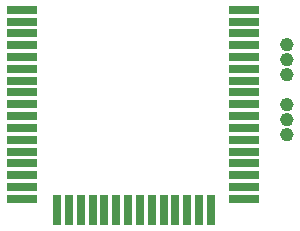
<source format=gbp>
G04 #@! TF.GenerationSoftware,KiCad,Pcbnew,8.0.4+dfsg-1*
G04 #@! TF.CreationDate,2025-01-09T13:17:03-05:00*
G04 #@! TF.ProjectId,tag,7461672e-6b69-4636-9164-5f7063625858,1*
G04 #@! TF.SameCoordinates,Original*
G04 #@! TF.FileFunction,Paste,Bot*
G04 #@! TF.FilePolarity,Positive*
%FSLAX46Y46*%
G04 Gerber Fmt 4.6, Leading zero omitted, Abs format (unit mm)*
G04 Created by KiCad (PCBNEW 8.0.4+dfsg-1) date 2025-01-09 13:17:03*
%MOMM*%
%LPD*%
G01*
G04 APERTURE LIST*
%ADD10C,0.560000*%
%ADD11R,2.540000X0.750000*%
%ADD12R,0.750000X2.540000*%
G04 APERTURE END LIST*
D10*
X84120000Y-30050000D02*
G75*
G02*
X83560000Y-30050000I-280000J0D01*
G01*
X83560000Y-30050000D02*
G75*
G02*
X84120000Y-30050000I280000J0D01*
G01*
X84120000Y-31320000D02*
G75*
G02*
X83560000Y-31320000I-280000J0D01*
G01*
X83560000Y-31320000D02*
G75*
G02*
X84120000Y-31320000I280000J0D01*
G01*
X84120000Y-32590000D02*
G75*
G02*
X83560000Y-32590000I-280000J0D01*
G01*
X83560000Y-32590000D02*
G75*
G02*
X84120000Y-32590000I280000J0D01*
G01*
X84120000Y-35130000D02*
G75*
G02*
X83560000Y-35130000I-280000J0D01*
G01*
X83560000Y-35130000D02*
G75*
G02*
X84120000Y-35130000I280000J0D01*
G01*
X84120000Y-36400000D02*
G75*
G02*
X83560000Y-36400000I-280000J0D01*
G01*
X83560000Y-36400000D02*
G75*
G02*
X84120000Y-36400000I280000J0D01*
G01*
X84120000Y-37670000D02*
G75*
G02*
X83560000Y-37670000I-280000J0D01*
G01*
X83560000Y-37670000D02*
G75*
G02*
X84120000Y-37670000I280000J0D01*
G01*
D11*
X80245000Y-27097500D03*
X80245000Y-28097500D03*
X80245000Y-29097500D03*
X80245000Y-30097500D03*
X80245000Y-31097500D03*
X80245000Y-32097500D03*
X80245000Y-33097500D03*
X80245000Y-34097500D03*
X80245000Y-35097500D03*
X80245000Y-36097500D03*
X80245000Y-37097500D03*
X80245000Y-38097500D03*
X80245000Y-39097500D03*
X80245000Y-40097500D03*
X80245000Y-41097500D03*
X80245000Y-42097500D03*
X80245000Y-43097500D03*
D12*
X77405000Y-44087500D03*
X76405000Y-44087500D03*
X75405000Y-44087500D03*
X74405000Y-44087500D03*
X73405000Y-44087500D03*
X72405000Y-44087500D03*
X71405000Y-44087500D03*
X70405000Y-44087500D03*
X69405000Y-44087500D03*
X68405000Y-44087500D03*
X67405000Y-44087500D03*
X66405000Y-44087500D03*
X65405000Y-44087500D03*
X64405000Y-44087500D03*
D11*
X61435000Y-43097500D03*
X61435000Y-42097500D03*
X61435000Y-41097500D03*
X61435000Y-40097500D03*
X61435000Y-39097500D03*
X61435000Y-38097500D03*
X61435000Y-37097500D03*
X61435000Y-36097500D03*
X61435000Y-35097500D03*
X61435000Y-34097500D03*
X61435000Y-33097500D03*
X61435000Y-32097500D03*
X61435000Y-31097500D03*
X61435000Y-30097500D03*
X61435000Y-29097500D03*
X61435000Y-28097500D03*
X61435000Y-27097500D03*
M02*

</source>
